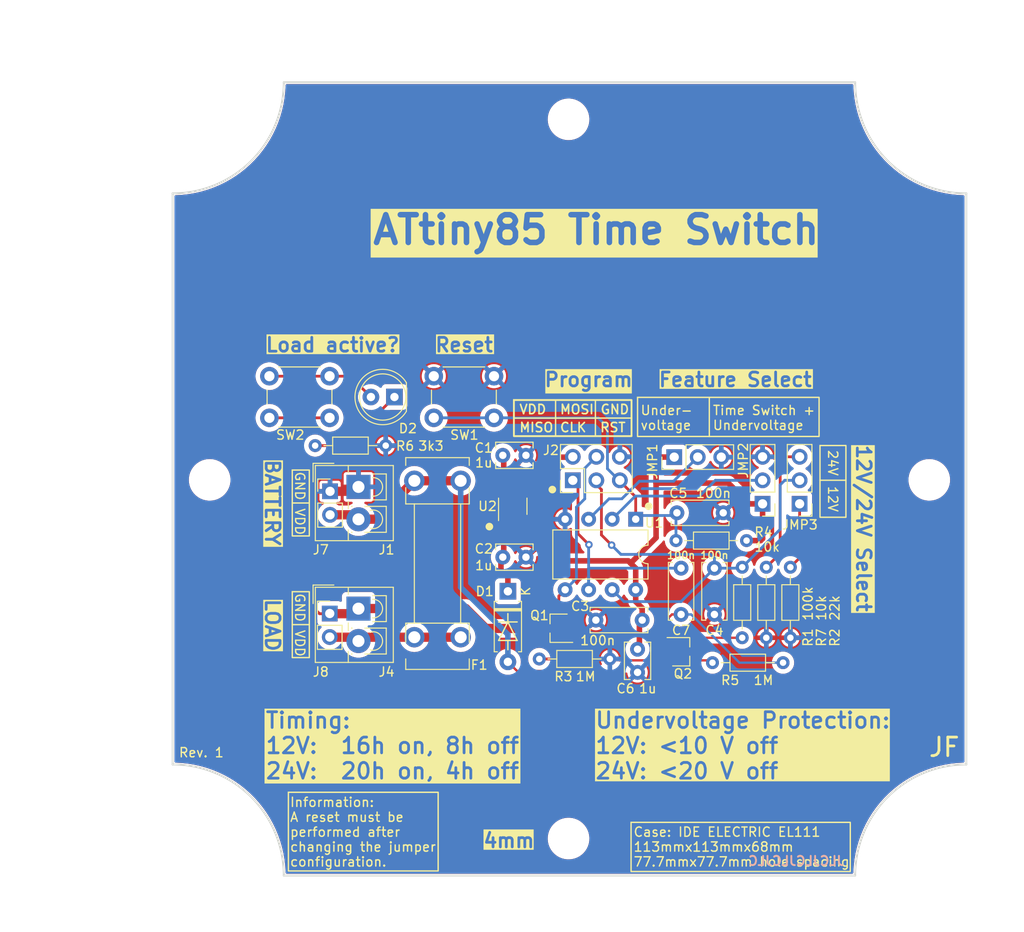
<source format=kicad_pcb>
(kicad_pcb (version 20221018) (generator pcbnew)
  (title_block (title "ATtiny85 Time Switch") (date "2023-06-28") (rev "1.0"))
  (layers (0 "F.Cu" signal) (31 "B.Cu" signal) (34 "B.Paste" user) (35 "F.Paste" user) (36 "B.SilkS" user "B.Silkscreen") (37 "F.SilkS" user "F.Silkscreen") (38 "B.Mask" user) (39 "F.Mask" user) (44 "Edge.Cuts" user))
  (net 0 "")
  (net 1 "VDD_MCU")
  (net 2 "GND")
  (net 3 "Net-(D1-K)")
  (net 4 "ADC_BATTERY")
  (net 5 "RESET")
  (net 6 "VIN")
  (net 7 "MOSI")
  (net 8 "Net-(C7-Pad1)")
  (net 9 "Net-(J4-Pin_1)")
  (net 10 "12V_24V_SEL")
  (net 11 "MISO")
  (net 13 "FEATURE_SELECT")
  (net 14 "Net-(Q2-Pad3)")
  (net 15 "Net-(J4-Pin_2)")
  (net 16 "Net-(D2-K)")
  (net 17 "Net-(D2-A)")
  (net 18 "Net-(J6-Pin_1)")
  (net 19 "Net-(J6-Pin_3)")
  (footprint "attiny85_time_switch:Case EL111" (layer "F.Cu") (at 112.7 130.1)
    (fp_text reference "Case1" hide)
    (fp_text value "EL111")
    (fp_line (start -4 -8) (end -4 -69.7) (stroke (width 0.2)) (layer "Edge.Cuts"))
    (fp_line (start 8 -81.7) (end 69.7 -81.7) (stroke (width 0.2)) (layer "Edge.Cuts"))
    (fp_line (start 69.7 4) (end 8 4) (stroke (width 0.2)) (layer "Edge.Cuts"))
    (fp_line (start 81.7 -69.7) (end 81.7 -8) (stroke (width 0.2)) (layer "Edge.Cuts"))
    (fp_arc (start -4 -8) (mid 4.485283 -4.485283) (end 8 4) (stroke (width 0.2)) (layer "Edge.Cuts"))
    (fp_arc (start 8 -81.7) (mid 4.485283 -73.214717) (end -4 -69.7) (stroke (width 0.2)) (layer "Edge.Cuts"))
    (fp_arc (start 69.7 4) (mid 73.214719 -4.485281) (end 81.7 -8) (stroke (width 0.2)) (layer "Edge.Cuts"))
    (fp_arc (start 81.7 -69.7) (mid 73.214719 -73.214719) (end 69.7 -81.7) (stroke (width 0.2)) (layer "Edge.Cuts"))
    (pad "" np_thru_hole circle (at 0 -38.75) (size 4 4) (drill 4) (layers "F&B.Cu" "*.Mask"))
    (pad "" np_thru_hole circle (at 38.75 -77.7) (size 4 4) (drill 4) (layers "F&B.Cu" "*.Mask"))
    (pad "" np_thru_hole circle (at 38.75 0) (size 4 4) (drill 4) (layers "F&B.Cu" "*.Mask"))
    (pad "" np_thru_hole circle (at 77.7 -38.75) (size 4 4) (drill 4) (layers "F&B.Cu" "*.Mask"))
  )
  (footprint "Resistor_THT:R_Axial_DIN0204_L3.6mm_D1.6mm_P7.62mm_Horizontal" (layer "F.Cu") (at 170.2 108.41 90)
    (fp_text reference "R1" (at 0.02 7.1 270) (layer "F.SilkS"))
    (fp_text value "100k" (at 3.69619 7.1 90) (layer "F.SilkS"))
    (pad "1" thru_hole circle (at 0 0 90) (size 1.4 1.4) (drill 0.7) (layers "*.Cu" "*.Mask") (net 14 "Net-(Q2-Pad3)"))
    (pad "2" thru_hole oval (at 7.62 0 90) (size 1.4 1.4) (drill 0.7) (layers "*.Cu" "*.Mask") (net 4 "ADC_BATTERY"))
  )
  (footprint "Connector_PinHeader_2.54mm:PinHeader_1x02_P2.54mm_Vertical" (layer "F.Cu") (at 125.665 105.79)
    (fp_text reference "J8" (at -0.965 6.31) (layer "F.SilkS"))
    (fp_text value "Conn_01x02_Pin")
    (pad "1" thru_hole rect (at 0 0) (size 1.7 1.7) (drill 1) (layers "*.Cu" "*.Mask") (net 9 "Net-(J4-Pin_1)"))
    (pad "2" thru_hole oval (at 0 2.54) (size 1.7 1.7) (drill 1) (layers "*.Cu" "*.Mask") (net 15 "Net-(J4-Pin_2)"))
  )
  (footprint "attiny85_time_switch:TerminalBlock_4Ucon_1x02_P3.50mm_Vertical" (layer "F.Cu") (at 123.657506 102.512494 -90)
    (fp_text reference "J4" (at 9.5875 -8.1425 unlocked) (layer "F.SilkS"))
    (fp_text value "Screw_Terminal_01x02")
    (pad "1" thru_hole rect (at 2.75 -5.11 270) (size 2.6 2.6) (drill 1.3) (layers "*.Cu" "*.Mask") (net 9 "Net-(J4-Pin_1)"))
    (pad "2" thru_hole circle (at 6.25 -5.11 270) (size 2.6 2.6) (drill 1.3) (layers "*.Cu" "*.Mask") (net 15 "Net-(J4-Pin_2)"))
  )
  (footprint "LED_THT:LED_D5.0mm" (layer "F.Cu") (at 132.65 82.4 180)
    (fp_text reference "D2" (at -1.45 -3.4) (layer "F.SilkS"))
    (fp_text value "LED")
    (pad "1" thru_hole rect (at 0 0 180) (size 1.8 1.8) (drill 0.9) (layers "*.Cu" "*.Mask") (net 16 "Net-(D2-K)"))
    (pad "2" thru_hole circle (at 2.54 0 180) (size 1.8 1.8) (drill 0.9) (layers "*.Cu" "*.Mask") (net 17 "Net-(D2-A)"))
  )
  (footprint "Package_DIP:DIP-8_W7.62mm" (layer "F.Cu") (at 158.7 95.6 -90)
    (fp_text reference "U1" (at 0.4 -2 -180) (layer "F.SilkS"))
    (fp_text value "ATtiny85V-10P")
    (pad "1" thru_hole rect (at 0 0 270) (size 1.6 1.6) (drill 0.8) (layers "*.Cu" "*.Mask") (net 5 "RESET"))
    (pad "2" thru_hole oval (at 0 2.54 270) (size 1.6 1.6) (drill 0.8) (layers "*.Cu" "*.Mask") (net 10 "12V_24V_SEL"))
    (pad "3" thru_hole oval (at 0 5.08 270) (size 1.6 1.6) (drill 0.8) (layers "*.Cu" "*.Mask") (net 13 "FEATURE_SELECT"))
    (pad "4" thru_hole oval (at 0 7.62 270) (size 1.6 1.6) (drill 0.8) (layers "*.Cu" "*.Mask") (net 2 "GND"))
    (pad "5" thru_hole oval (at 7.62 7.62 270) (size 1.6 1.6) (drill 0.8) (layers "*.Cu" "*.Mask") (net 7 "MOSI"))
    (pad "6" thru_hole oval (at 7.62 5.08 270) (size 1.6 1.6) (drill 0.8) (layers "*.Cu" "*.Mask") (net 11 "MISO"))
    (pad "7" thru_hole oval (at 7.62 2.54 270) (size 1.6 1.6) (drill 0.8) (layers "*.Cu" "*.Mask") (net 4 "ADC_BATTERY"))
    (pad "8" thru_hole oval (at 7.62 0 270) (size 1.6 1.6) (drill 0.8) (layers "*.Cu" "*.Mask") (net 1 "VDD_MCU"))
  )
  (footprint "attiny85_time_switch:0751.0052_Fuse" (layer "F.Cu") (at 133.9 88.95 -90)
    (fp_text reference "F1" (at 22.4 -7.9 unlocked) (layer "F.SilkS"))
    (fp_text value "0751.0052")
    (pad "1" thru_hole circle (at 2.5 -5.9 270) (size 2.2 2.2) (drill 1.3) (layers "*.Cu" "*.Mask") (net 6 "VIN"))
    (pad "1" thru_hole circle (at 2.5 -0.9 270) (size 2.2 2.2) (drill 1.3) (layers "*.Cu" "*.Mask") (net 6 "VIN"))
    (pad "2" thru_hole circle (at 19.4 -5.9 270) (size 2.2 2.2) (drill 1.3) (layers "*.Cu" "*.Mask") (net 15 "Net-(J4-Pin_2)"))
    (pad "2" thru_hole circle (at 19.4 -0.9 270) (size 2.2 2.2) (drill 1.3) (layers "*.Cu" "*.Mask") (net 15 "Net-(J4-Pin_2)"))
  )
  (footprint "Resistor_THT:R_Axial_DIN0204_L3.6mm_D1.6mm_P7.62mm_Horizontal" (layer "F.Cu") (at 172.8 100.79 -90)
    (fp_text reference "R7" (at 7.6 -5.95 90) (layer "F.SilkS"))
    (fp_text value "10k" (at 4.4 -5.95 90) (layer "F.SilkS"))
    (pad "1" thru_hole circle (at 0 0 270) (size 1.4 1.4) (drill 0.7) (layers "*.Cu" "*.Mask") (net 19 "Net-(J6-Pin_3)"))
    (pad "2" thru_hole oval (at 7.62 0 270) (size 1.4 1.4) (drill 0.7) (layers "*.Cu" "*.Mask") (net 2 "GND"))
  )
  (footprint "Diode_THT:D_A-405_P7.62mm_Horizontal" (layer "F.Cu") (at 144.9 103.39 -90)
    (fp_text reference "D1" (at 0.01 2.5 -180) (layer "F.SilkS"))
    (fp_text value "D")
    (fp_text user "K" (at 0 -1.9 90) (layer "F.SilkS"))
    (pad "1" thru_hole rect (at 0 0 270) (size 1.8 1.8) (drill 0.9) (layers "*.Cu" "*.Mask") (net 3 "Net-(D1-K)"))
    (pad "2" thru_hole oval (at 7.62 0 270) (size 1.8 1.8) (drill 0.9) (layers "*.Cu" "*.Mask") (net 6 "VIN"))
  )
  (footprint "Connector_PinHeader_2.54mm:PinHeader_1x03_P2.54mm_Vertical" (layer "F.Cu") (at 172.4 93.94 180)
    (fp_text reference "J5" hide)
    (fp_text value "Conn_01x03_Pin")
    (pad "1" thru_hole rect (at 0 0 180) (size 1.7 1.7) (drill 1) (layers "*.Cu" "*.Mask") (net 1 "VDD_MCU"))
    (pad "2" thru_hole oval (at 0 2.54 180) (size 1.7 1.7) (drill 1) (layers "*.Cu" "*.Mask") (net 10 "12V_24V_SEL"))
    (pad "3" thru_hole oval (at 0 5.08 180) (size 1.7 1.7) (drill 1) (layers "*.Cu" "*.Mask") (net 2 "GND"))
  )
  (footprint "Capacitor_THT:C_Disc_D6.0mm_W2.5mm_P5.00mm" (layer "F.Cu") (at 167.2 100.89 -90)
    (fp_text reference "C4" (at 6.71 0 -180) (layer "F.SilkS"))
    (fp_text value "100n" (at -1.39 0 -180) (layer "F.SilkS") (effects (font (size 0.8 0.8))))
    (pad "1" thru_hole circle (at 0 0 270) (size 1.6 1.6) (drill 0.8) (layers "*.Cu" "*.Mask") (net 4 "ADC_BATTERY"))
    (pad "2" thru_hole circle (at 5 0 270) (size 1.6 1.6) (drill 0.8) (layers "*.Cu" "*.Mask") (net 2 "GND"))
  )
  (footprint "Capacitor_THT:C_Disc_D6.0mm_W2.5mm_P5.00mm" (layer "F.Cu") (at 163.6 105.89 90)
    (fp_text reference "C7" (at -1.71 0 180) (layer "F.SilkS"))
    (fp_text value "100n" (at 6.39 0 180) (layer "F.SilkS") (effects (font (size 0.8 0.8))))
    (pad "1" thru_hole circle (at 0 0 90) (size 1.6 1.6) (drill 0.8) (layers "*.Cu" "*.Mask") (net 8 "Net-(C7-Pad1)"))
    (pad "2" thru_hole circle (at 5 0 90) (size 1.6 1.6) (drill 0.8) (layers "*.Cu" "*.Mask") (net 11 "MISO"))
  )
  (footprint "Resistor_THT:R_Axial_DIN0204_L3.6mm_D1.6mm_P7.62mm_Horizontal" (layer "F.Cu") (at 148.29 110.7)
    (fp_text reference "R3" (at 2.61 1.9) (layer "F.SilkS"))
    (fp_text value "1M" (at 5.01 1.9) (layer "F.SilkS"))
    (pad "1" thru_hole circle (at 0 0) (size 1.4 1.4) (drill 0.7) (layers "*.Cu" "*.Mask") (net 7 "MOSI"))
    (pad "2" thru_hole oval (at 7.62 0) (size 1.4 1.4) (drill 0.7) (layers "*.Cu" "*.Mask") (net 2 "GND"))
  )
  (footprint "Resistor_THT:R_Axial_DIN0204_L3.6mm_D1.6mm_P7.62mm_Horizontal" (layer "F.Cu") (at 124.09 87.65)
    (fp_text reference "R6" (at 9.71 0.04) (layer "F.SilkS"))
    (fp_text value "3k3" (at 12.51 0.04) (layer "F.SilkS"))
    (pad "1" thru_hole circle (at 0 0) (size 1.4 1.4) (drill 0.7) (layers "*.Cu" "*.Mask") (net 16 "Net-(D2-K)"))
    (pad "2" thru_hole oval (at 7.62 0) (size 1.4 1.4) (drill 0.7) (layers "*.Cu" "*.Mask") (net 2 "GND"))
  )
  (footprint "Package_TO_SOT_SMD:TSOT-23" (layer "F.Cu") (at 163.59 109.9)
    (fp_text reference "Q2" (at 0.21 2.4) (layer "F.SilkS"))
    (fp_text value "BSS84AK")
    (pad "1" smd rect (at -1.31 -0.95) (size 1.22 0.65) (layers "F.Cu" "F.Paste" "F.Mask") (net 8 "Net-(C7-Pad1)"))
    (pad "2" smd rect (at -1.31 0.95) (size 1.22 0.65) (layers "F.Cu" "F.Paste" "F.Mask") (net 6 "VIN"))
    (pad "3" smd rect (at 1.31 0) (size 1.22 0.65) (layers "F.Cu" "F.Paste" "F.Mask") (net 14 "Net-(Q2-Pad3)"))
  )
  (footprint "Package_TO_SOT_SMD:TSOT-23" (layer "F.Cu") (at 150.4 107.4 180)
    (fp_text reference "Q1" (at 2.1 1.4) (layer "F.SilkS"))
    (fp_text value "PMV20XNER")
    (pad "1" smd rect (at -1.31 -0.95 180) (size 1.22 0.65) (layers "F.Cu" "F.Paste" "F.Mask") (net 7 "MOSI"))
    (pad "2" smd rect (at -1.31 0.95 180) (size 1.22 0.65) (layers "F.Cu" "F.Paste" "F.Mask") (net 2 "GND"))
    (pad "3" smd rect (at 1.31 0 180) (size 1.22 0.65) (layers "F.Cu" "F.Paste" "F.Mask") (net 9 "Net-(J4-Pin_1)"))
  )
  (footprint "Button_Switch_THT:SW_PUSH_6mm_H5mm" (layer "F.Cu") (at 136.9 80.15)
    (fp_text reference "SW1" (at 3.3 6.35 180) (layer "F.SilkS"))
    (fp_text value "Reset")
    (pad "1" thru_hole circle (at 0 0 90) (size 2 2) (drill 1.1) (layers "*.Cu" "*.Mask") (net 2 "GND"))
    (pad "1" thru_hole circle (at 6.5 0 90) (size 2 2) (drill 1.1) (layers "*.Cu" "*.Mask") (net 2 "GND"))
    (pad "2" thru_hole circle (at 0 4.5 90) (size 2 2) (drill 1.1) (layers "*.Cu" "*.Mask") (net 5 "RESET"))
    (pad "2" thru_hole circle (at 6.5 4.5 90) (size 2 2) (drill 1.1) (layers "*.Cu" "*.Mask") (net 5 "RESET"))
  )
  (footprint "Resistor_THT:R_Axial_DIN0204_L3.6mm_D1.6mm_P7.62mm_Horizontal" (layer "F.Cu") (at 175.4 100.79 -90)
    (fp_text reference "R2" (at 7.6 -4.8 90) (layer "F.SilkS"))
    (fp_text value "22k" (at 4.4 -4.8 90) (layer "F.SilkS"))
    (pad "1" thru_hole circle (at 0 0 270) (size 1.4 1.4) (drill 0.7) (layers "*.Cu" "*.Mask") (net 18 "Net-(J6-Pin_1)"))
    (pad "2" thru_hole oval (at 7.62 0 270) (size 1.4 1.4) (drill 0.7) (layers "*.Cu" "*.Mask") (net 2 "GND"))
  )
  (footprint "Connector_PinHeader_2.54mm:PinHeader_2x03_P2.54mm_Vertical" (layer "F.Cu") (at 151.910006 91.399994 90)
    (fp_text reference "J2" (at 3.25 -2.36 180) (layer "F.SilkS"))
    (fp_text value "Conn_02x03_Odd_Even")
    (pad "1" thru_hole rect (at 0 0 90) (size 1.7 1.7) (drill 1) (layers "*.Cu" "*.Mask") (net 11 "MISO"))
    (pad "2" thru_hole oval (at 2.54 0 90) (size 1.7 1.7) (drill 1) (layers "*.Cu" "*.Mask") (net 1 "VDD_MCU"))
    (pad "3" thru_hole oval (at 0 2.54 90) (size 1.7 1.7) (drill 1) (layers "*.Cu" "*.Mask") (net 4 "ADC_BATTERY"))
    (pad "4" thru_hole oval (at 2.54 2.54 90) (size 1.7 1.7) (drill 1) (layers "*.Cu" "*.Mask") (net 7 "MOSI"))
    (pad "5" thru_hole oval (at 0 5.08 90) (size 1.7 1.7) (drill 1) (layers "*.Cu" "*.Mask") (net 5 "RESET"))
    (pad "6" thru_hole oval (at 2.54 5.08 90) (size 1.7 1.7) (drill 1) (layers "*.Cu" "*.Mask") (net 2 "GND"))
  )
  (footprint "Button_Switch_THT:SW_PUSH_6mm_H5mm" (layer "F.Cu") (at 125.65 84.65 180)
    (fp_text reference "SW2" (at 4.25 -1.85) (layer "F.SilkS"))
    (fp_text value "Check FET")
    (pad "1" thru_hole circle (at 0 0 270) (size 2 2) (drill 1.1) (layers "*.Cu" "*.Mask") (net 9 "Net-(J4-Pin_1)"))
    (pad "1" thru_hole circle (at 6.5 0 270) (size 2 2) (drill 1.1) (layers "*.Cu" "*.Mask") (net 9 "Net-(J4-Pin_1)"))
    (pad "2" thru_hole circle (at 0 4.5 270) (size 2 2) (drill 1.1) (layers "*.Cu" "*.Mask") (net 17 "Net-(D2-A)"))
    (pad "2" thru_hole circle (at 6.5 4.5 270) (size 2 2) (drill 1.1) (layers "*.Cu" "*.Mask") (net 17 "Net-(D2-A)"))
  )
  (footprint "Package_TO_SOT_SMD:TSOT-23-5_HandSoldering" (layer "F.Cu") (at 145.4 94.2 90)
    (fp_text reference "U2" (at 0 -2.7 180) (layer "F.SilkS"))
    (fp_text value "AP7383-50W5-7")
    (pad "1" smd rect (at -1.71 -0.95 90) (size 2 0.65) (layers "F.Cu" "F.Paste" "F.Mask") (net 3 "Net-(D1-K)"))
    (pad "2" smd rect (at -1.71 0 90) (size 2 0.65) (layers "F.Cu" "F.Paste" "F.Mask") (net 2 "GND"))
    (pad "3" smd rect (at -1.71 0.95 90) (size 2 0.65) (layers "F.Cu" "F.Paste" "F.Mask") (net 3 "Net-(D1-K)"))
    (pad "4" smd rect (at 1.71 0.95 90) (size 2 0.65) (layers "F.Cu" "F.Paste" "F.Mask"))
    (pad "5" smd rect (at 1.71 -0.95 90) (size 2 0.65) (layers "F.Cu" "F.Paste" "F.Mask") (net 1 "VDD_MCU"))
  )
  (footprint "Capacitor_THT:C_Disc_D6.0mm_W2.5mm_P5.00mm" (layer "F.Cu") (at 163.15 94.91)
    (fp_text reference "C5" (at 0.15 -2.11) (layer "F.SilkS"))
    (fp_text value "100n" (at 3.95 -2.11) (layer "F.SilkS"))
    (pad "1" thru_hole circle (at 0 0) (size 1.6 1.6) (drill 0.8) (layers "*.Cu" "*.Mask") (net 5 "RESET"))
    (pad "2" thru_hole circle (at 5 0) (size 1.6 1.6) (drill 0.8) (layers "*.Cu" "*.Mask") (net 2 "GND"))
  )
  (footprint "Resistor_THT:R_Axial_DIN0204_L3.6mm_D1.6mm_P7.62mm_Horizontal" (layer "F.Cu") (at 166.99 111.1)
    (fp_text reference "R5" (at 1.91 1.9) (layer "F.SilkS"))
    (fp_text value "1M" (at 5.51 1.9) (layer "F.SilkS"))
    (pad "1" thru_hole circle (at 0 0) (size 1.4 1.4) (drill 0.7) (layers "*.Cu" "*.Mask") (net 6 "VIN"))
    (pad "2" thru_hole oval (at 7.62 0) (size 1.4 1.4) (drill 0.7) (layers "*.Cu" "*.Mask") (net 8 "Net-(C7-Pad1)"))
  )
  (footprint "attiny85_time_switch:TerminalBlock_4Ucon_1x02_P3.50mm_Vertical" (layer "F.Cu") (at 123.657506 89.362494 -90)
    (fp_text reference "J1" (at 9.537506 -8.1425 unlocked) (layer "F.SilkS"))
    (fp_text value "Screw_Terminal_01x02")
    (pad "1" thru_hole rect (at 2.75 -5.11 270) (size 2.6 2.6) (drill 1.3) (layers "*.Cu" "*.Mask") (net 2 "GND"))
    (pad "2" thru_hole circle (at 6.25 -5.11 270) (size 2.6 2.6) (drill 1.3) (layers "*.Cu" "*.Mask") (net 6 "VIN"))
  )
  (footprint "Capacitor_THT:C_Disc_D3.8mm_W2.6mm_P2.50mm" (layer "F.Cu") (at 158.9 109.65 -90)
    (fp_text reference "C6" (at 4.25 1.3 -180) (layer "F.SilkS"))
    (fp_text value "1u" (at 4.25 -1.1 -180) (layer "F.SilkS"))
    (pad "1" thru_hole circle (at 0 0 270) (size 1.6 1.6) (drill 0.8) (layers "*.Cu" "*.Mask") (net 1 "VDD_MCU"))
    (pad "2" thru_hole circle (at 2.5 0 270) (size 1.6 1.6) (drill 0.8) (layers "*.Cu" "*.Mask") (net 2 "GND"))
  )
  (footprint "Connector_PinHeader_2.54mm:PinHeader_1x03_P2.54mm_Vertical" (layer "F.Cu") (at 162.86 88.89 90)
    (fp_text reference "J3" hide)
    (fp_text value "Conn_01x03_Pin")
    (pad "1" thru_hole rect (at 0 0 90) (size 1.7 1.7) (drill 1) (layers "*.Cu" "*.Mask") (net 1 "VDD_MCU"))
    (pad "2" thru_hole oval (at 0 2.54 90) (size 1.7 1.7) (drill 1) (layers "*.Cu" "*.Mask") (net 13 "FEATURE_SELECT"))
    (pad "3" thru_hole oval (at 0 5.08 90) (size 1.7 1.7) (drill 1) (layers "*.Cu" "*.Mask") (net 2 "GND"))
  )
  (footprint "Connector_PinHeader_2.54mm:PinHeader_1x02_P2.54mm_Vertical" (layer "F.Cu") (at 125.7 92.59)
    (fp_text reference "J7" (at -1 6.31) (layer "F.SilkS"))
    (fp_text value "Conn_01x02_Pin")
    (pad "1" thru_hole rect (at 0 0) (size 1.7 1.7) (drill 1) (layers "*.Cu" "*.Mask") (net 2 "GND"))
    (pad "2" thru_hole oval (at 0 2.54) (size 1.7 1.7) (drill 1) (layers "*.Cu" "*.Mask") (net 6 "VIN"))
  )
  (footprint "Capacitor_THT:C_Disc_D6.0mm_W2.5mm_P5.00mm" (layer "F.Cu") (at 159.4 106.5 180)
    (fp_text reference "C3" (at 6.7 1.5 180) (layer "F.SilkS"))
    (fp_text value "100n" (at 4.8 -2.2 180) (layer "F.SilkS"))
    (pad "1" thru_hole circle (at 0 0 180) (size 1.6 1.6) (drill 0.8) (layers "*.Cu" "*.Mask") (net 1 "VDD_MCU"))
    (pad "2" thru_hole circle (at 5 0 180) (size 1.6 1.6) (drill 0.8) (layers "*.Cu" "*.Mask") (net 2 "GND"))
  )
  (footprint "Connector_PinHeader_2.54mm:PinHeader_1x03_P2.54mm_Vertical" (layer "F.Cu") (at 176.4 93.94 180)
    (fp_text reference "J6" hide)
    (fp_text value "Conn_01x03_Pin")
    (pad "1" thru_hole rect (at 0 0 180) (size 1.7 1.7) (drill 1) (layers "*.Cu" "*.Mask") (net 18 "Net-(J6-Pin_1)"))
    (pad "2" thru_hole oval (at 0 2.54 180) (size 1.7 1.7) (drill 1) (layers "*.Cu" "*.Mask") (net 4 "ADC_BATTERY"))
    (pad "3" thru_hole oval (at 0 5.08 180) (size 1.7 1.7) (drill 1) (layers "*.Cu" "*.Mask") (net 19 "Net-(J6-Pin_3)"))
  )
  (footprint "Resistor_THT:R_Axial_DIN0204_L3.6mm_D1.6mm_P7.62mm_Horizontal" (layer "F.Cu") (at 170.67 97.91 180)
    (fp_text reference "R4" (at -1.83 0.91) (layer "F.SilkS"))
    (fp_text value "10k" (at -2.23 -0.69) (layer "F.SilkS"))
    (pad "1" thru_hole circle (at 0 0 180) (size 1.4 1.4) (drill 0.7) (layers "*.Cu" "*.Mask") (net 1 "VDD_MCU"))
    (pad "2" thru_hole oval (at 7.62 0 180) (size 1.4 1.4) (drill 0.7) (layers "*.Cu" "*.Mask") (net 5 "RESET"))
  )
  (footprint "Capacitor_THT:C_Disc_D3.8mm_W2.6mm_P2.50mm" (layer "F.Cu") (at 144.35 99.7)
    (fp_text reference "C2" (at -2.05 -0.9) (layer "F.SilkS"))
    (fp_text value "1u" (at -2.05 0.9) (layer "F.SilkS"))
    (pad "1" thru_hole circle (at 0 0) (size 1.6 1.6) (drill 0.8) (layers "*.Cu" "*.Mask") (net 3 "Net-(D1-K)"))
    (pad "2" thru_hole circle (at 2.5 0) (size 1.6 1.6) (drill 0.8) (layers "*.Cu" "*.Mask") (net 2 "GND"))
  )
  (footprint "Capacitor_THT:C_Disc_D3.8mm_W2.6mm_P2.50mm" (layer "F.Cu") (at 144.35 88.7)
    (fp_text reference "C1" (at -2.05 -0.8) (layer "F.SilkS"))
    (fp_text value "1u" (at -2.05 0.8) (layer "F.SilkS"))
    (pad "1" thru_hole circle (at 0 0) (size 1.6 1.6) (drill 0.8) (layers "*.Cu" "*.Mask") (net 1 "VDD_MCU"))
    (pad "2" thru_hole circle (at 2.5 0) (size 1.6 1.6) (drill 0.8) (layers "*.Cu" "*.Mask") (net 2 "GND"))
  )
  (gr_line (start 144.9 108.7) (end 144.9 109.7) (stroke (width 0.15)) (layer "F.SilkS"))
  (gr_line (start 121.620012 93.849988) (end 123.460012 93.849988) (stroke (width 0.15)) (layer "F.SilkS"))
  (gr_line (start 144.9 106.7) (end 144.9 105.8) (stroke (width 0.15)) (layer "F.SilkS"))
  (gr_rect (start 158.9 82.4375) (end 178.5 86.6625) (stroke (width 0.15)) (fill none) (layer "F.SilkS"))
  (gr_rect (start 121.620012 103.429988) (end 123.460012 110.549988) (stroke (width 0.15)) (fill none) (layer "F.SilkS"))
  (gr_line (start 166.65 82.5125) (end 166.65 86.6625) (stroke (width 0.15)) (layer "F.SilkS"))
  (gr_line (start 143.9 108.7) (end 144.9 106.7) (stroke (width 0.15)) (layer "F.SilkS"))
  (gr_line (start 150.05 82.725) (end 150.05 86.625) (stroke (width 0.15)) (layer "F.SilkS"))
  (gr_circle (center 142.9 96.4) (end 143.212837 96.397611) (stroke (width 0.2)) (fill solid) (layer "F.SilkS"))
  (gr_circle (center 149.7 92.4) (end 150.012837 92.397611) (stroke (width 0.2)) (fill solid) (layer "F.SilkS"))
  (gr_line (start 145.55 84.675) (end 158.25 84.675) (stroke (width 0.15)) (layer "F.SilkS"))
  (gr_rect (start 158.200006 128.349994) (end 181.870006 133.659994) (stroke (width 0.15)) (fill none) (layer "F.SilkS"))
  (gr_rect (start 121.200006 125.099994) (end 137.370006 133.599994) (stroke (width 0.15)) (fill none) (layer "F.SilkS"))
  (gr_line (start 144.9 106.7) (end 145.9 108.7) (stroke (width 0.15)) (layer "F.SilkS"))
  (gr_line (start 178.6 91.39) (end 181.4 91.39) (stroke (width 0.15)) (layer "F.SilkS"))
  (gr_line (start 145.9 108.7) (end 143.9 108.7) (stroke (width 0.15)) (layer "F.SilkS"))
  (gr_line (start 154.35 82.725) (end 154.35 86.625) (stroke (width 0.15)) (layer "F.SilkS"))
  (gr_line (start 143.9 106.7) (end 145.9 106.7) (stroke (width 0.15)) (layer "F.SilkS"))
  (gr_line (start 121.620012 106.989988) (end 123.460012 106.989988) (stroke (width 0.15)) (layer "F.SilkS"))
  (gr_rect (start 178.6 87.64) (end 181.4 95.39) (stroke (width 0.15)) (fill none) (layer "F.SilkS"))
  (gr_rect (start 145.55 82.725) (end 158.25 86.625) (stroke (width 0.2)) (fill none) (layer "F.SilkS"))
  (gr_circle (center 160.1 94.2) (end 160.412837 94.197611) (stroke (width 0.2)) (fill solid) (layer "F.SilkS"))
  (gr_rect (start 121.620012 90.289988) (end 123.460012 97.409988) (stroke (width 0.15)) (fill none) (layer "F.SilkS"))
  (gr_text "JLCJLCJLCJLC" (at 181.300006 133.099994) (layer "B.SilkS") (effects (font (size 1 1) (thickness 0.2) bold) (justify left bottom mirror)))
  (gr_text "Timing:\n12V:  16h on, 8h off\n24V:  20h on, 4h off" (at 118.600006 123.799994) (layer "F.SilkS" knockout) (effects (font (size 1.7 1.7) (thickness 0.3) bold) (justify left bottom)))
  (gr_text "JF" (at 190.200006 121.4) (layer "F.SilkS") (effects (font (size 2 2) (thickness 0.3)) (justify left bottom)))
  (gr_text "Reset" (at 136.9 77.65) (layer "F.SilkS" knockout) (effects (font (size 1.5 1.5) (thickness 0.3) bold) (justify left bottom)))
  (gr_text "ATtiny85 Time Switch" (at 130.034999 66.1) (layer "F.SilkS" knockout) (effects (font (size 3 3) (thickness 0.6) bold) (justify left bottom)))
  (gr_text "Under-\nvoltage" (at 159.15 86.0375) (layer "F.SilkS") (effects (font (size 1 1)) (justify left bottom)))
  (gr_text "Load active?" (at 118.6 77.65) (layer "F.SilkS" knockout) (effects (font (size 1.5 1.5) (thickness 0.3) bold) (justify left bottom)))
  (gr_text "JMP2" (at 170.9 91.29 90) (layer "F.SilkS") (effects (font (size 1 1)) (justify left bottom)))
  (gr_text "GND" (at 121.850006 90.389994 270) (layer "F.SilkS") (effects (font (size 1 1)) (justify left bottom)))
  (gr_text "GND" (at 121.850006 103.529994 270) (layer "F.SilkS") (effects (font (size 1 1)) (justify left bottom)))
  (gr_text "VDD" (at 121.850006 94.339994 270) (layer "F.SilkS") (effects (font (size 1 1)) (justify left bottom)))
  (gr_text "VDD  MOSI GND" (at 146.05 84.325) (layer "F.SilkS") (effects (font (size 1 1) (thickness 0.175) bold) (justify left bottom)))
  (gr_text "Feature Select" (at 161.040006 81.399994) (layer "F.SilkS" knockout) (effects (font (size 1.5 1.5) (thickness 0.3) bold) (justify left bottom)))
  (gr_text "VDD" (at 121.850006 107.479994 270) (layer "F.SilkS") (effects (font (size 1 1)) (justify left bottom)))
  (gr_text "Program" (at 148.700006 81.399994) (layer "F.SilkS" knockout) (effects (font (size 1.5 1.5) (thickness 0.3) bold) (justify left bottom)))
  (gr_text "12V/24V Select" (at 182.430006 87.429994 -90) (layer "F.SilkS" knockout) (effects (font (size 1.5 1.5) (thickness 0.3) bold) (justify left bottom)))
  (gr_text "Rev. 1" (at 109.3 121.4) (layer "F.SilkS") (effects (font (size 1 1)) (justify left bottom)))
  (gr_text "MISO CLK  RST" (at 146.05 86.275) (layer "F.SilkS") (effects (font (size 1 1) (thickness 0.175) bold) (justify left bottom)))
  (gr_text "24V" (at 179.4 88.04 270) (layer "F.SilkS") (effects (font (size 1 1)) (justify left bottom)))
  (gr_text "JMP3" (at 174.4 96.79) (layer "F.SilkS") (effects (font (size 1 1)) (justify left bottom)))
  (gr_text "Undervoltage Protection:\n12V: <10 V off\n24V: <20 V off" (at 154.200006 123.799994) (layer "F.SilkS" knockout) (effects (font (size 1.7 1.7) (thickness 0.3) bold) (justify left bottom)))
  (gr_text "LOAD" (at 118.6 104.069994 270) (layer "F.SilkS" knockout) (effects (font (size 1.5 1.5) (thickness 0.3) bold) (justify left bottom)))
  (gr_text "Information:\nA reset must be \nperformed after \nchanging the jumper\nconfiguration." (at 121.3 133.2) (layer "F.SilkS") (effects (font (size 1 1)) (justify left bottom)))
  (gr_text "JMP1" (at 161.1 91.4 90) (layer "F.SilkS") (effects (font (size 1 1)) (justify left bottom)))
  (gr_text "12V" (at 179.4 91.94 270) (layer "F.SilkS") (effects (font (size 1 1)) (justify left bottom)))
  (gr_text "4mm" (at 142.100006 131.2) (layer "F.SilkS" knockout) (effects (font (size 1.5 1.5) (thickness 0.3) bold) (justify left bottom)))
  (gr_text "BATTERY" (at 118.6 89 270) (layer "F.SilkS" knockout) (effects (font (size 1.5 1.5) (thickness 0.3) bold) (justify left bottom)))
  (gr_text "Time Switch +\nUndervoltage" (at 166.95 86.0375) (layer "F.SilkS") (effects (font (size 1 1)) (justify left bottom)))
  (gr_text "Case: IDE ELECTRIC EL111\n113mmx113mmx68mm\n77.7mmx77.7mm hole spacing\n" (at 158.39214 133.2) (layer "F.SilkS") (effects (font (size 1 1)) (justify left bottom)))
  (segment (start 144.45 90.6) (end 147.9 90.6) (width 0.6) (layer "F.Cu") (net 1))
  (segment (start 144.45 89) (end 144.15 88.7) (width 0.6) (layer "F.Cu") (net 1))
  (segment (start 160.9 89.5) (end 161.51 88.89) (width 0.6) (layer "F.Cu") (net 1))
  (segment (start 170.95 93.94) (end 172.4 93.94) (width 0.6) (layer "F.Cu") (net 1))
  (segment (start 159.1 106.8) (end 159.1 109.45) (width 0.6) (layer "F.Cu") (net 1))
  (segment (start 151.86 88.9) (end 149.6 88.9) (width 0.6) (layer "F.Cu") (net 1))
  (segment (start 158.7 100.9) (end 158.7 103.22) (width 0.6) (layer "F.Cu") (net 1))
  (segment (start 172.4 93.94) (end 172.4 97.7) (width 0.6) (layer "F.Cu") (net 1))
  (segment (start 147.9 90.6) (end 148.8 91.5) (width 0.6) (layer "F.Cu") (net 1))
  (segment (start 158.7 103.22) (end 158.7 104.5) (width 0.6) (layer "F.Cu") (net 1))
  (segment (start 168.71 91.7) (end 170.95 93.94) (width 0.6) (layer "F.Cu") (net 1))
  (segment (start 144.45 90.6) (end 144.45 89) (width 0.6) (layer "F.Cu") (net 1))
  (segment (start 158.15 100.35) (end 158.7 100.9) (width 0.6) (layer "F.Cu") (net 1))
  (segment (start 172.19 97.91) (end 170.67 97.91) (width 0.6) (layer "F.Cu") (net 1))
  (segment (start 160.9 91.7) (end 168.71 91.7) (width 0.6) (layer "F.Cu") (net 1))
  (segment (start 149.6 88.9) (end 147.9 90.6) (width 0.6) (layer "F.Cu") (net 1))
  (segment (start 159.1 109.45) (end 158.9 109.65) (width 0.6) (layer "F.Cu") (net 1))
  (segment (start 159.4 106.5) (end 159.1 106.8) (width 0.6) (layer "F.Cu") (net 1))
  (segment (start 149.8 100.1) (end 157.9 100.1) (width 0.6) (layer "F.Cu") (net 1))
  (segment (start 157.9 100.1) (end 158.15 100.35) (width 0.6) (layer "F.Cu") (net 1))
  (segment (start 161.51 88.89) (end 162.86 88.89) (width 0.6) (layer "F.Cu") (net 1))
  (segment (start 172.4 97.7) (end 172.19 97.91) (width 0.6) (layer "F.Cu") (net 1))
  (segment (start 159.4 105.2) (end 159.4 106.5) (width 0.6) (layer "F.Cu") (net 1))
  (segment (start 158.15 100.35) (end 160.9 97.6) (width 0.6) (layer "F.Cu") (net 1))
  (segment (start 144.45 92.49) (end 144.45 90.6) (width 0.6) (layer "F.Cu") (net 1))
  (segment (start 160.9 91.7) (end 160.9 89.5) (width 0.6) (layer "F.Cu") (net 1))
  (segment (start 148.8 99.1) (end 149.8 100.1) (width 0.6) (layer "F.Cu") (net 1))
  (segment (start 158.7 104.5) (end 159.4 105.2) (width 0.6) (layer "F.Cu") (net 1))
  (segment (start 160.9 97.6) (end 160.9 91.7) (width 0.6) (layer "F.Cu") (net 1))
  (segment (start 148.8 91.5) (end 148.8 99.1) (width 0.6) (layer "F.Cu") (net 1))
  (segment (start 145.4 95.91) (end 145.4 94.2) (width 0.6) (layer "F.Cu") (net 2))
  (segment (start 128.235 92.585) (end 128.72 92.1) (width 0.6) (layer "F.Cu") (net 2))
  (segment (start 147.700006 94.2) (end 145.4 94.2) (width 0.6) (layer "F.Cu") (net 2))
  (segment (start 125.765 92.585) (end 128.235 92.585) (width 1) (layer "F.Cu") (net 2))
  (segment (start 146.9 99.7) (end 147.700006 98.899994) (width 0.6) (layer "F.Cu") (net 2))
  (segment (start 146.85 99.7) (end 146.9 99.7) (width 0.6) (layer "F.Cu") (net 2))
  (segment (start 145.4 94.2) (end 143.7 94.2) (width 0.6) (layer "F.Cu") (net 2))
  (segment (start 147.700006 98.899994) (end 147.700006 94.2) (width 0.6) (layer "F.Cu") (net 2))
  (segment (start 144.9 101.85) (end 144.15 101.1) (width 0.6) (layer "F.Cu") (net 3))
  (segment (start 146.35 95.91) (end 146.35 97.21) (width 0.3) (layer "F.Cu") (net 3))
  (segment (start 146.35 97.21) (end 145.96 97.6) (width 0.3) (layer "F.Cu") (net 3))
  (segment (start 144.45 99.4) (end 144.15 99.7) (width 0.6) (layer "F.Cu") (net 3))
  (segment (start 144.15 101.1) (end 144.15 99.7) (width 0.6) (layer "F.Cu") (net 3))
  (segment (start 145.96 97.6) (end 144.45 97.6) (width 0.3) (layer "F.Cu") (net 3))
  (segment (start 144.45 97.6) (end 144.45 99.4) (width 0.6) (layer "F.Cu") (net 3))
  (segment (start 144.9 103.39) (end 144.9 101.85) (width 0.6) (layer "F.Cu") (net 3))
  (segment (start 144.45 95.91) (end 144.45 97.6) (width 0.6) (layer "F.Cu") (net 3))
  (segment (start 154.4 91.8) (end 154.4 91.44) (width 0.3) (layer "F.Cu") (net 4))
  (segment (start 155 92.4) (end 154.4 91.8) (width 0.3) (layer "F.Cu") (net 4))
  (segment (start 156.1 98.4) (end 155 97.3) (width 0.3) (layer "F.Cu") (net 4))
  (segment (start 155 97.3) (end 155 92.4) (width 0.3) (layer "F.Cu") (net 4))
  (via (at 156.1 98.4) (size 0.8) (drill 0.4) (layers "F.Cu" "B.Cu") (net 4))
  (segment (start 174.3 91.89) (end 174.79 91.4) (width 0.3) (layer "B.Cu") (net 4))
  (segment (start 163.6 104.5) (end 157.44 104.5) (width 0.3) (layer "B.Cu") (net 4))
  (segment (start 167.2 99.8) (end 167.2 100.89) (width 0.3) (layer "B.Cu") (net 4))
  (segment (start 167.2 100.9) (end 163.6 104.5) (width 0.3) (layer "B.Cu") (net 4))
  (segment (start 166.8 99.4) (end 167.2 99.8) (width 0.3) (layer "B.Cu") (net 4))
  (segment (start 157.44 104.5) (end 156.16 103.22) (width 0.3) (layer "B.Cu") (net 4))
  (segment (start 156.1 98.4) (end 157.1 99.4) (width 0.3) (layer "B.Cu") (net 4))
  (segment (start 167.2 100.89) (end 170.1 100.89) (width 0.3) (layer "B.Cu") (net 4))
  (segment (start 174.3 96.69) (end 174.3 91.89) (width 0.3) (layer "B.Cu") (net 4))
  (segment (start 157.1 99.4) (end 166.8 99.4) (width 0.3) (layer "B.Cu") (net 4))
  (segment (start 174.79 91.4) (end 176.4 91.4) (width 0.3) (layer "B.Cu") (net 4))
  (segment (start 170.2 100.79) (end 174.3 96.69) (width 0.3) (layer "B.Cu") (net 4))
  (segment (start 167.2 100.89) (end 167.2 100.9) (width 0.3) (layer "B.Cu") (net 4))
  (segment (start 156.94 91.44) (end 158.7 93.2) (width 0.3) (layer "F.Cu") (net 5))
  (segment (start 158.7 93.2) (end 158.7 95.6) (width 0.3) (layer "F.Cu") (net 5))
  (segment (start 154.65 84.65) (end 143.4 84.65) (width 0.3) (layer "B.Cu") (net 5))
  (segment (start 163.05 95.01) (end 163.15 94.91) (width 0.3) (layer "B.Cu") (net 5))
  (segment (start 143.4 84.65) (end 136.9 84.65) (width 0.3) (layer "B.Cu") (net 5))
  (segment (start 155.65 85.65) (end 154.65 84.65) (width 0.3) (layer "B.Cu") (net 5))
  (segment (start 163.15 94.91) (end 162.86 95.2) (width 0.3) (layer "B.Cu") (net 5))
  (segment (start 162.86 95.2) (end 159.1 95.2) (width 0.3) (layer "B.Cu") (net 5))
  (segment (start 163.05 97.91) (end 163.05 95.01) (width 0.3) (layer "B.Cu") (net 5))
  (segment (start 159.1 95.2) (end 158.7 95.6) (width 0.3) (layer "B.Cu") (net 5))
  (segment (start 155.65 90.15) (end 155.65 85.65) (width 0.3) (layer "B.Cu") (net 5))
  (segment (start 156.94 91.44) (end 155.65 90.15) (width 0.3) (layer "B.Cu") (net 5))
  (segment (start 128.245 95.125) (end 128.72 95.6) (width 0.6) (layer "F.Cu") (net 6))
  (segment (start 128.72 95.6) (end 130.65 95.6) (width 1) (layer "F.Cu") (net 6))
  (segment (start 125.765 95.125) (end 128.245 95.125) (width 1) (layer "F.Cu") (net 6))
  (segment (start 166.74 110.85) (end 166.99 111.1) (width 0.25) (layer "F.Cu") (net 6))
  (segment (start 158.05 110.85) (end 156.9 112) (width 0.25) (layer "F.Cu") (net 6))
  (segment (start 130.65 95.6) (end 134.8 91.45) (width 1) (layer "F.Cu") (net 6))
  (segment (start 162.28 110.85) (end 166.74 110.85) (width 0.25) (layer "F.Cu") (net 6))
  (segment (start 145.89 112) (end 144.9 111.01) (width 0.25) (layer "F.Cu") (net 6))
  (segment (start 134.8 91.45) (end 139.8 91.45) (width 1) (layer "F.Cu") (net 6))
  (segment (start 162.28 110.85) (end 158.05 110.85) (width 0.25) (layer "F.Cu") (net 6))
  (segment (start 156.9 112) (end 145.89 112) (width 0.25) (layer "F.Cu") (net 6))
  (segment (start 144.9 108.05) (end 144.9 111.01) (width 0.6) (layer "B.Cu") (net 6))
  (segment (start 139.8 91.45) (end 139.8 102.95) (width 0.6) (layer "B.Cu") (net 6))
  (segment (start 139.8 102.95) (end 144.9 108.05) (width 0.6) (layer "B.Cu") (net 6))
  (segment (start 150.85 108.35) (end 151.71 108.35) (width 0.3) (layer "F.Cu") (net 7))
  (segment (start 151.08 103.22) (end 150.4 103.9) (width 0.3) (layer "F.Cu") (net 7))
  (segment (start 151.71 110.29) (end 151.3 110.7) (width 0.3) (layer "F.Cu") (net 7))
  (segment (start 150.4 103.9) (end 150.4 107.9) (width 0.3) (layer "F.Cu") (net 7))
  (segment (start 151.71 108.35) (end 151.71 110.29) (width 0.3) (layer "F.Cu") (net 7))
  (segment (start 150.4 107.9) (end 150.85 108.35) (width 0.3) (layer "F.Cu") (net 7))
  (segment (start 151.3 110.7) (end 148.29 110.7) (width 0.3) (layer "F.Cu") (net 7))
  (segment (start 151.08 103.22) (end 152.3 102) (width 0.3) (layer "B.Cu") (net 7))
  (segment (start 153.200006 93.399994) (end 153.200006 90.099994) (width 0.3) (layer "B.Cu") (net 7))
  (segment (start 152.3 102) (end 152.3 94.3) (width 0.3) (layer "B.Cu") (net 7))
  (segment (start 152.3 94.3) (end 153.200006 93.399994) (width 0.3) (layer "B.Cu") (net 7))
  (segment (start 153.200006 90.099994) (end 154.4 88.9) (width 0.3) (layer "B.Cu") (net 7))
  (segment (start 162.28 108.95) (end 162.28 106.22) (width 0.25) (layer "F.Cu") (net 8))
  (segment (start 162.28 106.22) (end 162.61 105.89) (width 0.25) (layer "F.Cu") (net 8))
  (segment (start 162.61 105.89) (end 163.6 105.89) (width 0.25) (layer "F.Cu") (net 8))
  (segment (start 164.69 105.89) (end 163.6 105.89) (width 0.25) (layer "B.Cu") (net 8))
  (segment (start 169.9 111.1) (end 164.69 105.89) (width 0.25) (layer "B.Cu") (net 8))
  (segment (start 174.61 111.1) (end 169.9 111.1) (width 0.25) (layer "B.Cu") (net 8))
  (segment (start 128.72 105.25) (end 140.350012 105.25) (width 1) (layer "F.Cu") (net 9))
  (segment (start 142.500012 107.4) (end 149.09 107.4) (width 1) (layer "F.Cu") (net 9))
  (segment (start 125.645 105.81) (end 125.665 105.79) (width 0.3) (layer "F.Cu") (net 9))
  (segment (start 119.15 84.65) (end 122.9 84.65) (width 0.3) (layer "F.Cu") (net 9))
  (segment (start 128.16 105.81) (end 128.72 105.25) (width 0.6) (layer "F.Cu") (net 9))
  (segment (start 140.350012 105.25) (end 142.500012 107.4) (width 1) (layer "F.Cu") (net 9))
  (segment (start 122.4 103.65) (end 122.4 84.65) (width 0.3) (layer "F.Cu") (net 9))
  (segment (start 124.56 105.81) (end 125.645 105.81) (width 0.3) (layer "F.Cu") (net 9))
  (segment (start 125.665 105.81) (end 128.16 105.81) (width 1) (layer "F.Cu") (net 9))
  (segment (start 124.56 105.81) (end 122.4 103.65) (width 0.3) (layer "F.Cu") (net 9))
  (segment (start 122.9 84.65) (end 125.65 84.65) (width 0.3) (layer "F.Cu") (net 9))
  (segment (start 156.16 95.6) (end 158.66 93.1) (width 0.3) (layer "B.Cu") (net 10))
  (segment (start 158.66 93.1) (end 165.6 93.1) (width 0.3) (layer "B.Cu") (net 10))
  (segment (start 167.3 91.4) (end 172.4 91.4) (width 0.3) (layer "B.Cu") (net 10))
  (segment (start 165.6 93.1) (end 167.3 91.4) (width 0.3) (layer "B.Cu") (net 10))
  (segment (start 152.5 92.1) (end 152.47 92.13) (width 0.3) (layer "F.Cu") (net 11))
  (segment (start 152.23 91.81) (end 152.23 91.83) (width 0.3) (layer "F.Cu") (net 11))
  (segment (start 152.47 92.13) (end 152.47 97.17) (width 0.3) (layer "F.Cu") (net 11))
  (segment (start 152.23 91.83) (end 152.5 92.1) (width 0.3) (layer "F.Cu") (net 11))
  (segment (start 152.47 97.17) (end 153.65 98.35) (width 0.3) (layer "F.Cu") (net 11))
  (segment (start 151.86 91.44) (end 152.23 91.81) (width 0.3) (layer "F.Cu") (net 11))
  (via (at 153.65 98.35) (size 0.8) (drill 0.4) (layers "F.Cu" "B.Cu") (net 11))
  (segment (start 163.6 100.89) (end 153.63 100.89) (width 0.3) (layer "B.Cu") (net 11))
  (segment (start 153.62 100.9) (end 153.62 103.22) (width 0.3) (layer "B.Cu") (net 11))
  (segment (start 153.62 103.22) (end 153.62 98.38) (width 0.3) (layer "B.Cu") (net 11))
  (segment (start 153.63 100.89) (end 153.62 100.9) (width 0.3) (layer "B.Cu") (net 11))
  (segment (start 153.62 98.38) (end 153.65 98.35) (width 0.3) (layer "B.Cu") (net 11))
  (segment (start 165.4 88.89) (end 162.79 91.5) (width 0.3) (layer "B.Cu") (net 13))
  (segment (start 157.2 93.4) (end 155.82 93.4) (width 0.3) (layer "B.Cu") (net 13))
  (segment (start 162.79 91.5) (end 159.1 91.5) (width 0.3) (layer "B.Cu") (net 13))
  (segment (start 155.82 93.4) (end 153.62 95.6) (width 0.3) (layer "B.Cu") (net 13))
  (segment (start 159.1 91.5) (end 157.2 93.4) (width 0.3) (layer "B.Cu") (net 13))
  (segment (start 164.9 109.9) (end 164.9 108.7) (width 0.25) (layer "F.Cu") (net 14))
  (segment (start 165.19 108.41) (end 170.2 108.41) (width 0.25) (layer "F.Cu") (net 14))
  (segment (start 164.9 108.7) (end 165.19 108.41) (width 0.25) (layer "F.Cu") (net 14))
  (segment (start 134.8 108.35) (end 139.8 108.35) (width 1) (layer "F.Cu") (net 15))
  (segment (start 129.12 108.35) (end 134.8 108.35) (width 1) (layer "F.Cu") (net 15))
  (segment (start 125.665 108.35) (end 128.32 108.35) (width 1) (layer "F.Cu") (net 15))
  (segment (start 128.32 108.35) (end 128.72 108.75) (width 0.6) (layer "F.Cu") (net 15))
  (segment (start 128.72 108.75) (end 129.12 108.35) (width 0.6) (layer "F.Cu") (net 15))
  (segment (start 127.4 87.65) (end 124.09 87.65) (width 0.3) (layer "F.Cu") (net 16))
  (segment (start 132.65 82.4) (end 127.4 87.65) (width 0.3) (layer "F.Cu") (net 16))
  (segment (start 127.86 80.15) (end 130.11 82.4) (width 0.3) (layer "F.Cu") (net 17))
  (segment (start 119.15 80.15) (end 127.86 80.15) (width 0.3) (layer "F.Cu") (net 17))
  (segment (start 176.4 99.78) (end 176.4 93.94) (width 0.3) (layer "F.Cu") (net 18))
  (segment (start 175.4 100.78) (end 176.4 99.78) (width 0.3) (layer "F.Cu") (net 18))
  (segment (start 174.93 88.86) (end 176.4 88.86) (width 0.3) (layer "F.Cu") (net 19))
  (segment (start 174.3 99.29) (end 174.3 89.49) (width 0.3) (layer "F.Cu") (net 19))
  (segment (start 174.3 89.49) (end 174.93 88.86) (width 0.3) (layer "F.Cu") (net 19))
  (segment (start 172.8 100.79) (end 174.3 99.29) (width 0.3) (layer "F.Cu") (net 19))
  (zone (net 2) (net_name "GND") (layer "F.Cu") (connect_pads (clearance 0.5)) (min_thickness 0.25) (fill yes (thermal_gap 0.3) (thermal_bridge_width 0.5))
    (polygon (pts (xy 103.9 47.5) (xy 198.658676 47.683665) (xy 198.5 138.8) (xy 104.658676 139.183665)))
  )
  (zone (net 2) (net_name "GND") (layer "B.Cu") (priority 1) (connect_pads (clearance 0.5)) (min_thickness 0.25) (fill yes (thermal_gap 0.5) (thermal_bridge_width 0.5))
    (polygon (pts (xy 102.635 45.2) (xy 200.5 45.7) (xy 200.635 140.2) (xy 103.135 140.2)))
  )
)
</source>
